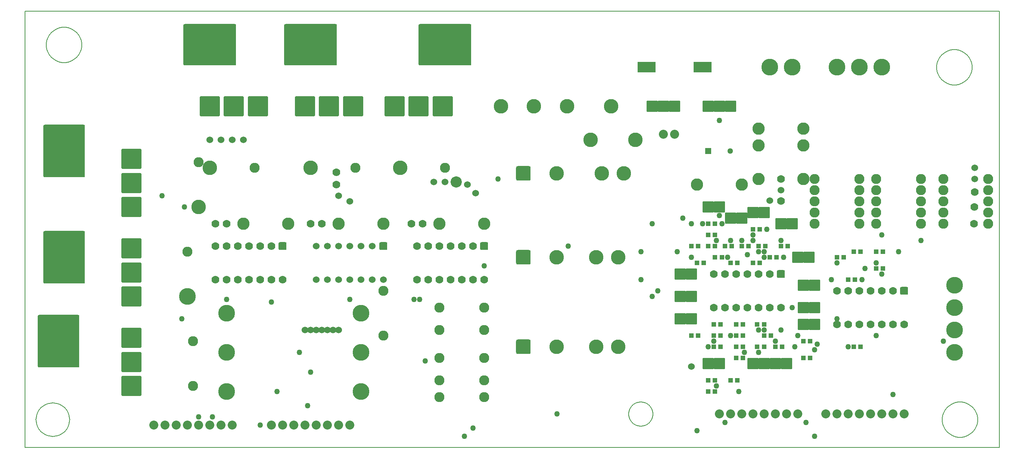
<source format=gbr>
G04 PROTEUS RS274X GERBER FILE*
%FSLAX45Y45*%
%MOMM*%
G01*
%ADD17C,1.270000*%
%ADD22C,1.524000*%
%ADD20C,2.540000*%
%ADD27C,1.778000*%
%AMPPAD028*
4,1,48,
-1.905000,2.286000,
1.905000,2.286000,
1.944600,2.284080,
1.982900,2.278420,
2.054940,2.256610,
2.119730,2.221960,
2.175870,2.175870,
2.221960,2.119730,
2.256610,2.054940,
2.269210,2.019740,
2.278420,1.982900,
2.284080,1.944600,
2.286000,1.905000,
2.286000,-1.905000,
2.284080,-1.944600,
2.278420,-1.982900,
2.269210,-2.019740,
2.256610,-2.054940,
2.221960,-2.119730,
2.175870,-2.175870,
2.119730,-2.221960,
2.054940,-2.256610,
1.982900,-2.278420,
1.944600,-2.284080,
1.905000,-2.286000,
-1.905000,-2.286000,
-1.944600,-2.284080,
-1.982900,-2.278420,
-2.054940,-2.256610,
-2.119730,-2.221960,
-2.175870,-2.175870,
-2.221960,-2.119730,
-2.256610,-2.054940,
-2.269210,-2.019740,
-2.278420,-1.982900,
-2.284080,-1.944600,
-2.286000,-1.905000,
-2.286000,1.905000,
-2.284080,1.944600,
-2.278420,1.982900,
-2.269210,2.019740,
-2.256610,2.054940,
-2.221960,2.119730,
-2.175870,2.175870,
-2.119730,2.221960,
-2.054940,2.256610,
-1.982900,2.278420,
-1.944600,2.284080,
-1.905000,2.286000,
0*%
%ADD34PPAD028*%
%AMPPAD029*
4,1,48,
-2.286000,-1.905000,
-2.286000,1.905000,
-2.284080,1.944600,
-2.278420,1.982900,
-2.256610,2.054940,
-2.221960,2.119730,
-2.175870,2.175870,
-2.119730,2.221960,
-2.054940,2.256610,
-2.019740,2.269210,
-1.982900,2.278420,
-1.944600,2.284080,
-1.905000,2.286000,
1.905000,2.286000,
1.944600,2.284080,
1.982900,2.278420,
2.019740,2.269210,
2.054940,2.256610,
2.119730,2.221960,
2.175870,2.175870,
2.221960,2.119730,
2.256610,2.054940,
2.278420,1.982900,
2.284080,1.944600,
2.286000,1.905000,
2.286000,-1.905000,
2.284080,-1.944600,
2.278420,-1.982900,
2.256610,-2.054940,
2.221960,-2.119730,
2.175870,-2.175870,
2.119730,-2.221960,
2.054940,-2.256610,
2.019740,-2.269210,
1.982900,-2.278420,
1.944600,-2.284080,
1.905000,-2.286000,
-1.905000,-2.286000,
-1.944600,-2.284080,
-1.982900,-2.278420,
-2.019740,-2.269210,
-2.054940,-2.256610,
-2.119730,-2.221960,
-2.175870,-2.175870,
-2.221960,-2.119730,
-2.256610,-2.054940,
-2.278420,-1.982900,
-2.284080,-1.944600,
-2.286000,-1.905000,
0*%
%ADD35PPAD029*%
%AMPPAD030*
4,1,48,
0.635000,-0.889000,
-0.635000,-0.889000,
-0.661400,-0.887720,
-0.686930,-0.883950,
-0.711490,-0.877800,
-0.757220,-0.858870,
-0.797650,-0.831840,
-0.831840,-0.797640,
-0.858860,-0.757220,
-0.877800,-0.711490,
-0.883950,-0.686930,
-0.887720,-0.661400,
-0.889000,-0.635000,
-0.889000,0.635000,
-0.887720,0.661400,
-0.883950,0.686930,
-0.877800,0.711490,
-0.858860,0.757220,
-0.831840,0.797640,
-0.797650,0.831840,
-0.757220,0.858870,
-0.711490,0.877800,
-0.686930,0.883950,
-0.661400,0.887720,
-0.635000,0.889000,
0.635000,0.889000,
0.661400,0.887720,
0.686930,0.883950,
0.711490,0.877800,
0.757220,0.858870,
0.797650,0.831840,
0.831840,0.797640,
0.858860,0.757220,
0.877800,0.711490,
0.883950,0.686930,
0.887720,0.661400,
0.889000,0.635000,
0.889000,-0.635000,
0.887720,-0.661400,
0.883950,-0.686930,
0.877800,-0.711490,
0.858860,-0.757220,
0.831840,-0.797640,
0.797650,-0.831840,
0.757220,-0.858870,
0.711490,-0.877800,
0.686930,-0.883950,
0.661400,-0.887720,
0.635000,-0.889000,
0*%
%ADD36PPAD030*%
%ADD37C,2.794000*%
%ADD38C,3.810000*%
%ADD39C,3.302000*%
%AMPPAD034*
4,1,48,
-1.016000,1.270000,
1.016000,1.270000,
1.042400,1.268720,
1.067930,1.264950,
1.092490,1.258800,
1.138220,1.239870,
1.178650,1.212840,
1.212840,1.178640,
1.239860,1.138220,
1.258800,1.092490,
1.264950,1.067930,
1.268720,1.042400,
1.270000,1.016000,
1.270000,-1.016000,
1.268720,-1.042400,
1.264950,-1.067930,
1.258800,-1.092490,
1.239860,-1.138220,
1.212840,-1.178640,
1.178650,-1.212840,
1.138220,-1.239870,
1.092490,-1.258800,
1.067930,-1.264950,
1.042400,-1.268720,
1.016000,-1.270000,
-1.016000,-1.270000,
-1.042400,-1.268720,
-1.067930,-1.264950,
-1.092490,-1.258800,
-1.138220,-1.239870,
-1.178650,-1.212840,
-1.212840,-1.178640,
-1.239860,-1.138220,
-1.258800,-1.092490,
-1.264950,-1.067930,
-1.268720,-1.042400,
-1.270000,-1.016000,
-1.270000,1.016000,
-1.268720,1.042400,
-1.264950,1.067930,
-1.258800,1.092490,
-1.239860,1.138220,
-1.212840,1.178640,
-1.178650,1.212840,
-1.138220,1.239870,
-1.092490,1.258800,
-1.067930,1.264950,
-1.042400,1.268720,
-1.016000,1.270000,
0*%
%ADD40PPAD034*%
%ADD16C,2.032000*%
%AMPPAD035*
4,1,4,
-0.640000,0.640000,
0.640000,0.640000,
0.640000,-0.640000,
-0.640000,-0.640000,
-0.640000,0.640000,
0*%
%ADD41PPAD035*%
%ADD25C,1.280000*%
%AMPPAD036*
4,1,48,
-1.270000,1.651000,
1.270000,1.651000,
1.309600,1.649080,
1.347900,1.643420,
1.419940,1.621610,
1.484730,1.586960,
1.540870,1.540870,
1.586960,1.484730,
1.621610,1.419940,
1.634210,1.384740,
1.643420,1.347900,
1.649080,1.309600,
1.651000,1.270000,
1.651000,-1.270000,
1.649080,-1.309600,
1.643420,-1.347900,
1.634210,-1.384740,
1.621610,-1.419940,
1.586960,-1.484730,
1.540870,-1.540870,
1.484730,-1.586960,
1.419940,-1.621610,
1.347900,-1.643420,
1.309600,-1.649080,
1.270000,-1.651000,
-1.270000,-1.651000,
-1.309600,-1.649080,
-1.347900,-1.643420,
-1.419940,-1.621610,
-1.484730,-1.586960,
-1.540870,-1.540870,
-1.586960,-1.484730,
-1.621610,-1.419940,
-1.634210,-1.384740,
-1.643420,-1.347900,
-1.649080,-1.309600,
-1.651000,-1.270000,
-1.651000,1.270000,
-1.649080,1.309600,
-1.643420,1.347900,
-1.634210,1.384740,
-1.621610,1.419940,
-1.586960,1.484730,
-1.540870,1.540870,
-1.484730,1.586960,
-1.419940,1.621610,
-1.347900,1.643420,
-1.309600,1.649080,
-1.270000,1.651000,
0*%
%ADD42PPAD036*%
%ADD70C,2.286000*%
%AMPPAD037*
4,1,4,
-0.469900,0.495300,
0.469900,0.495300,
0.469900,-0.495300,
-0.469900,-0.495300,
-0.469900,0.495300,
0*%
%ADD43PPAD037*%
%AMPPAD038*
4,1,48,
-5.715000,4.699000,
5.715000,4.699000,
5.741400,4.697720,
5.766930,4.693950,
5.791490,4.687800,
5.837220,4.668870,
5.877650,4.641840,
5.911840,4.607640,
5.938860,4.567220,
5.957800,4.521490,
5.963950,4.496930,
5.967720,4.471400,
5.969000,4.445000,
5.969000,-4.445000,
5.967720,-4.471400,
5.963950,-4.496930,
5.957800,-4.521490,
5.938860,-4.567220,
5.911840,-4.607640,
5.877650,-4.641840,
5.837220,-4.668870,
5.791490,-4.687800,
5.766930,-4.693950,
5.741400,-4.697720,
5.715000,-4.699000,
-5.715000,-4.699000,
-5.741400,-4.697720,
-5.766930,-4.693950,
-5.791490,-4.687800,
-5.837220,-4.668870,
-5.877650,-4.641840,
-5.911840,-4.607640,
-5.938860,-4.567220,
-5.957800,-4.521490,
-5.963950,-4.496930,
-5.967720,-4.471400,
-5.969000,-4.445000,
-5.969000,4.445000,
-5.967720,4.471400,
-5.963950,4.496930,
-5.957800,4.521490,
-5.938860,4.567220,
-5.911840,4.607640,
-5.877650,4.641840,
-5.837220,4.668870,
-5.791490,4.687800,
-5.766930,4.693950,
-5.741400,4.697720,
-5.715000,4.699000,
0*%
%ADD44PPAD038*%
%AMPPAD039*
4,1,48,
4.699000,5.715000,
4.699000,-5.715000,
4.697720,-5.741400,
4.693950,-5.766930,
4.687800,-5.791490,
4.668870,-5.837220,
4.641840,-5.877650,
4.607640,-5.911840,
4.567220,-5.938860,
4.521490,-5.957800,
4.496930,-5.963950,
4.471400,-5.967720,
4.445000,-5.969000,
-4.445000,-5.969000,
-4.471400,-5.967720,
-4.496930,-5.963950,
-4.521490,-5.957800,
-4.567220,-5.938860,
-4.607640,-5.911840,
-4.641840,-5.877650,
-4.668870,-5.837220,
-4.687800,-5.791490,
-4.693950,-5.766930,
-4.697720,-5.741400,
-4.699000,-5.715000,
-4.699000,5.715000,
-4.697720,5.741400,
-4.693950,5.766930,
-4.687800,5.791490,
-4.668870,5.837220,
-4.641840,5.877650,
-4.607640,5.911840,
-4.567220,5.938860,
-4.521490,5.957800,
-4.496930,5.963950,
-4.471400,5.967720,
-4.445000,5.969000,
4.445000,5.969000,
4.471400,5.967720,
4.496930,5.963950,
4.521490,5.957800,
4.567220,5.938860,
4.607640,5.911840,
4.641840,5.877650,
4.668870,5.837220,
4.687800,5.791490,
4.693950,5.766930,
4.697720,5.741400,
4.699000,5.715000,
0*%
%ADD45PPAD039*%
%AMPPAD040*
4,1,4,
-2.070100,-1.181100,
-2.070100,1.181100,
2.070100,1.181100,
2.070100,-1.181100,
-2.070100,-1.181100,
0*%
%ADD46PPAD040*%
%AMPPAD041*
4,1,4,
-0.330200,0.622300,
0.330200,0.622300,
0.330200,-0.622300,
-0.330200,-0.622300,
-0.330200,0.622300,
0*%
%ADD47PPAD041*%
%ADD31C,0.203200*%
%TD.AperFunction*%
D17*
X+4826000Y+7112000D03*
X+5016500Y+7620000D03*
X+4953000Y+6985000D03*
X+4381500Y+3937000D03*
X+4699000Y+7493000D03*
X+5334000Y+7366000D03*
X+4826000Y+4826000D03*
X+4826000Y+5334000D03*
X+5207000Y+5080000D03*
X+4508500Y+4826000D03*
X+4953000Y+5334000D03*
X+4953000Y+7112000D03*
X+4699000Y+7366000D03*
X+3111500Y+7874000D03*
X+3937000Y+7937500D03*
X+4000500Y+7747000D03*
X+4127500Y+6985000D03*
X+3556000Y+7747000D03*
X+3873500Y+7366000D03*
X+4191000Y+7366000D03*
X+3810000Y+5080000D03*
X+3873500Y+4064000D03*
X+3683000Y+4953000D03*
X+7620000Y+6604000D03*
X+7175500Y+6477000D03*
X+7493000Y+5207000D03*
X+6604000Y+5588000D03*
X+3302000Y+6985000D03*
X+4572000Y+7048500D03*
D22*
X+3302000Y+4508500D03*
D17*
X+4445000Y+7366000D03*
X+4191000Y+5207000D03*
X+3937000Y+10096500D03*
X+5651500Y+4953000D03*
X+5334000Y+5334000D03*
X+5397500Y+6985000D03*
X-6223000Y+5969000D03*
X-7239000Y+6032500D03*
X+6858000Y+4953000D03*
X+7493000Y+6858000D03*
X+7239000Y+6731000D03*
X+6477000Y+6477000D03*
X+6604000Y+6858000D03*
X-8699500Y+8382000D03*
X-1079500Y+8763000D03*
X-1651000Y+3111500D03*
X+6096000Y+2921000D03*
X+6096000Y+4889500D03*
X+4064000Y+3238500D03*
X+5905500Y+3238500D03*
X+7874000Y+3873500D03*
X+3429000Y+3048000D03*
X-1841500Y+2921000D03*
X+8001000Y+7112000D03*
X+8509000Y+7366000D03*
X+9017000Y+5080000D03*
X+6159500Y+5016500D03*
X+5715000Y+5207000D03*
X+5588000Y+5842000D03*
X-5588000Y+4826000D03*
X-8255000Y+5588000D03*
X-1397000Y+6794500D03*
X-7874000Y+3365500D03*
X-2730500Y+4635500D03*
X-5334000Y+4381500D03*
D22*
X-1778000Y+8636000D03*
X-1587500Y+8445500D03*
D17*
X-2984500Y+6032500D03*
X-4445000Y+6032500D03*
D22*
X-4826000Y+5334000D03*
X-5080000Y+5334000D03*
X-5461000Y+5334000D03*
X-4699000Y+5334000D03*
X-5334000Y+5334000D03*
X-5207000Y+5334000D03*
X-4953000Y+5334000D03*
D20*
X-2032000Y+8699500D03*
D22*
X-2286000Y+8699500D03*
X-2540000Y+8699500D03*
X+5080415Y+8272026D03*
X+5334191Y+8509000D03*
D27*
X-4746450Y+8636000D03*
D22*
X-7366000Y+9652000D03*
X-7620000Y+9652000D03*
X-6858000Y+9652000D03*
X-7112000Y+9652000D03*
X-4445000Y+8255000D03*
X-4699000Y+8382000D03*
D27*
X-4744743Y+8921821D03*
D17*
X-8191500Y+8128000D03*
D22*
X+9733796Y+9017000D03*
D17*
X+7620000Y+7493000D03*
D22*
X+9733796Y+8763000D03*
D27*
X+9724673Y+8128781D03*
X+9733796Y+8470957D03*
X+9719194Y+7747860D03*
X+5334264Y+8265835D03*
X+5334115Y+8763000D03*
D17*
X-6096000Y+3937000D03*
X-7556500Y+3365500D03*
X-6477000Y+3175000D03*
X-5397500Y+3619500D03*
X+254000Y+3429000D03*
X+508000Y+7239000D03*
X+2984500Y+7112000D03*
X+2159000Y+7112000D03*
X+2159000Y+6477000D03*
X-2857500Y+6032500D03*
X+2540000Y+6223000D03*
X+3302000Y+7747000D03*
X+2413000Y+7747000D03*
X+2413000Y+6096000D03*
D34*
X-7620000Y+10414000D03*
X-7073900Y+10414000D03*
X-6527800Y+10414000D03*
D35*
X-9398000Y+8128000D03*
X-9398000Y+8674100D03*
X-9398000Y+9220200D03*
D34*
X-5461000Y+10414000D03*
X-4914900Y+10414000D03*
X-4368800Y+10414000D03*
D35*
X-9398000Y+6096000D03*
X-9398000Y+6642100D03*
X-9398000Y+7188200D03*
D34*
X-3429000Y+10414000D03*
X-2882900Y+10414000D03*
X-2336800Y+10414000D03*
D35*
X-9398000Y+4064000D03*
X-9398000Y+4610100D03*
X-9398000Y+5156200D03*
D36*
X-5969000Y+7239000D03*
D27*
X-6223000Y+7239000D03*
X-6477000Y+7239000D03*
X-6731000Y+7239000D03*
X-6985000Y+7239000D03*
X-7239000Y+7239000D03*
X-7493000Y+7239000D03*
X-7493000Y+6477000D03*
X-7239000Y+6477000D03*
X-6985000Y+6477000D03*
X-6731000Y+6477000D03*
X-6477000Y+6477000D03*
X-6223000Y+6477000D03*
X-5969000Y+6477000D03*
D36*
X-3683000Y+7239000D03*
D22*
X-3937000Y+7239000D03*
X-4191000Y+7239000D03*
X-4445000Y+7239000D03*
X-4699000Y+7239000D03*
X-4953000Y+7239000D03*
X-5207000Y+7239000D03*
X-5207000Y+6477000D03*
X-4953000Y+6477000D03*
X-4699000Y+6477000D03*
X-4445000Y+6477000D03*
X-4191000Y+6477000D03*
X-3937000Y+6477000D03*
X-3683000Y+6477000D03*
D36*
X-1397000Y+7239000D03*
D27*
X-1651000Y+7239000D03*
X-1905000Y+7239000D03*
X-2159000Y+7239000D03*
X-2413000Y+7239000D03*
X-2667000Y+7239000D03*
X-2921000Y+7239000D03*
X-2921000Y+6477000D03*
X-2667000Y+6477000D03*
X-2413000Y+6477000D03*
X-2159000Y+6477000D03*
X-1905000Y+6477000D03*
X-1651000Y+6477000D03*
X-1397000Y+6477000D03*
D37*
X-5842000Y+7747000D03*
X-6858000Y+7747000D03*
X-3683000Y+7747000D03*
X-4699000Y+7747000D03*
X-1397000Y+7747000D03*
X-2413000Y+7747000D03*
D27*
X-7493000Y+7747000D03*
X-7239000Y+7747000D03*
X-5334000Y+7747000D03*
X-5080000Y+7747000D03*
X-3048000Y+7747000D03*
X-2794000Y+7747000D03*
D38*
X+9271000Y+4826000D03*
X+9271000Y+5334000D03*
X+9271000Y+5842000D03*
X+9271000Y+6350000D03*
X+7620000Y+11303000D03*
X+7112000Y+11303000D03*
X+6604000Y+11303000D03*
X+5588000Y+11303000D03*
X+5080000Y+11303000D03*
D39*
X+1484000Y+10414000D03*
X-1016000Y+10414000D03*
X+484000Y+10414000D03*
X-266000Y+10414000D03*
D40*
X+3683000Y+10414000D03*
X+3937000Y+10414000D03*
X+4191000Y+10414000D03*
X+2413000Y+10414000D03*
X+2667000Y+10414000D03*
X+2921000Y+10414000D03*
D16*
X+2921000Y+9779000D03*
X+2667000Y+9779000D03*
D41*
X+3687000Y+9398000D03*
D25*
X+4187000Y+9398000D03*
D37*
X+5842000Y+9906000D03*
X+4826000Y+9906000D03*
X+4445000Y+8636000D03*
X+3429000Y+8636000D03*
X+4826000Y+9525000D03*
X+5842000Y+9525000D03*
X+5842000Y+8763000D03*
X+4826000Y+8763000D03*
D16*
X-8890000Y+3175000D03*
X-8636000Y+3175000D03*
X-8382000Y+3175000D03*
X-8128000Y+3175000D03*
X-7874000Y+3175000D03*
X-7620000Y+3175000D03*
X-7366000Y+3175000D03*
X-7112000Y+3175000D03*
D42*
X-502000Y+6985000D03*
D39*
X+248000Y+6985000D03*
D42*
X-502000Y+4953000D03*
D39*
X+248000Y+4953000D03*
D42*
X-502000Y+8890000D03*
D39*
X+248000Y+8890000D03*
X+1274000Y+8890000D03*
X+1774000Y+8890000D03*
X+1147000Y+6985000D03*
X+1647000Y+6985000D03*
X+1147000Y+4953000D03*
X+1647000Y+4953000D03*
D38*
X-7239000Y+5715000D03*
X-4191000Y+5715000D03*
X-7239000Y+4826000D03*
X-4191000Y+4826000D03*
X-7239000Y+3937000D03*
X-4191000Y+3937000D03*
D70*
X-2413000Y+5842000D03*
X-1397000Y+5842000D03*
X-1397000Y+5334000D03*
X-2413000Y+5334000D03*
X-2413000Y+4699000D03*
X-1397000Y+4699000D03*
X-1397000Y+4191000D03*
X-2413000Y+4191000D03*
X-2413000Y+3810000D03*
X-1397000Y+3810000D03*
X-6604000Y+9017000D03*
D39*
X-7620000Y+9017000D03*
D70*
X-4318000Y+9017000D03*
D39*
X-5334000Y+9017000D03*
D70*
X-2286000Y+9017000D03*
D39*
X-3302000Y+9017000D03*
D70*
X-8001000Y+5080000D03*
X-8001000Y+4064000D03*
X-8128000Y+7112000D03*
D38*
X-8128000Y+6096000D03*
D70*
X-7874000Y+9144000D03*
D39*
X-7874000Y+8128000D03*
D16*
X-6223000Y+3175000D03*
X-5969000Y+3175000D03*
X-5715000Y+3175000D03*
X-5461000Y+3175000D03*
X-5207000Y+3175000D03*
X-4953000Y+3175000D03*
X-4699000Y+3175000D03*
X-4445000Y+3175000D03*
D36*
X+5334000Y+6604000D03*
D27*
X+5080000Y+6604000D03*
X+4826000Y+6604000D03*
X+4572000Y+6604000D03*
X+4318000Y+6604000D03*
X+4064000Y+6604000D03*
X+3810000Y+6604000D03*
X+3810000Y+5842000D03*
X+4064000Y+5842000D03*
X+4318000Y+5842000D03*
X+4572000Y+5842000D03*
X+4826000Y+5842000D03*
X+5080000Y+5842000D03*
X+5334000Y+5842000D03*
D36*
X+8128000Y+6223000D03*
D27*
X+7874000Y+6223000D03*
X+7620000Y+6223000D03*
X+7366000Y+6223000D03*
X+7112000Y+6223000D03*
X+6858000Y+6223000D03*
X+6604000Y+6223000D03*
X+6604000Y+5461000D03*
X+6858000Y+5461000D03*
X+7112000Y+5461000D03*
X+7366000Y+5461000D03*
X+7620000Y+5461000D03*
X+7874000Y+5461000D03*
X+8128000Y+5461000D03*
D43*
X+5080000Y+6985000D03*
X+5240000Y+6985000D03*
X+4826000Y+7239000D03*
X+4986000Y+7239000D03*
X+4445000Y+7239000D03*
X+4605000Y+7239000D03*
X+4699000Y+7620000D03*
X+4859000Y+7620000D03*
X+5334000Y+7239000D03*
X+5494000Y+7239000D03*
X+4699000Y+6858000D03*
X+4859000Y+6858000D03*
X+4003000Y+6985000D03*
X+3843000Y+6985000D03*
X+4191000Y+6858000D03*
X+4351000Y+6858000D03*
X+4064000Y+7239000D03*
X+4224000Y+7239000D03*
X+3683000Y+7747000D03*
X+3843000Y+7747000D03*
X+3429000Y+6858000D03*
X+3589000Y+6858000D03*
X+3302000Y+7239000D03*
X+3462000Y+7239000D03*
X+3683000Y+7239000D03*
X+3843000Y+7239000D03*
X+3970000Y+5461000D03*
X+3810000Y+5461000D03*
X+4318000Y+5461000D03*
X+4478000Y+5461000D03*
X+4318000Y+5207000D03*
X+4478000Y+5207000D03*
X+3810000Y+4953000D03*
X+3970000Y+4953000D03*
X+3810000Y+5207000D03*
X+3970000Y+5207000D03*
X+3683000Y+7493000D03*
X+3843000Y+7493000D03*
X+4953000Y+5461000D03*
X+4793000Y+5461000D03*
D40*
X+4699000Y+8001000D03*
X+4953000Y+8001000D03*
X+5334000Y+7747000D03*
X+5588000Y+7747000D03*
X+3683000Y+8128000D03*
X+3937000Y+8128000D03*
X+3048000Y+6604000D03*
X+3302000Y+6604000D03*
X+4191000Y+7874000D03*
X+4445000Y+7874000D03*
X+3683000Y+4572000D03*
X+3937000Y+4572000D03*
D43*
X+4478000Y+4953000D03*
X+4318000Y+4953000D03*
X+4953000Y+5207000D03*
X+5113000Y+5207000D03*
X+4318000Y+4699000D03*
X+4478000Y+4699000D03*
X+4793000Y+4953000D03*
X+4953000Y+4953000D03*
X+5207000Y+4953000D03*
X+5367000Y+4953000D03*
X+3302000Y+5207000D03*
X+3462000Y+5207000D03*
D40*
X+4699000Y+4572000D03*
X+4953000Y+4572000D03*
X+5207000Y+4572000D03*
X+5461000Y+4572000D03*
X+5715000Y+6985000D03*
X+5969000Y+6985000D03*
X+5842000Y+6350000D03*
X+6096000Y+6350000D03*
X+3048000Y+6096000D03*
X+3302000Y+6096000D03*
X+3048000Y+5588000D03*
X+3302000Y+5588000D03*
X+5842000Y+5842000D03*
X+6096000Y+5842000D03*
X+5842000Y+5461000D03*
X+6096000Y+5461000D03*
D43*
X+5842000Y+5080000D03*
X+6002000Y+5080000D03*
X+4191000Y+4191000D03*
X+4351000Y+4191000D03*
X+3683000Y+4191000D03*
X+3843000Y+4191000D03*
X+3683000Y+3937000D03*
X+3843000Y+3937000D03*
X+5842000Y+4699000D03*
X+6002000Y+4699000D03*
D70*
X+9017000Y+8763000D03*
X+10033000Y+8763000D03*
X+10033000Y+8509000D03*
X+9017000Y+8509000D03*
X+9017000Y+8255000D03*
X+10033000Y+8255000D03*
X+10033000Y+8001000D03*
X+9017000Y+8001000D03*
X+9017000Y+7747000D03*
X+10033000Y+7747000D03*
D16*
X+6350000Y+3429000D03*
X+6604000Y+3429000D03*
X+6858000Y+3429000D03*
X+7112000Y+3429000D03*
X+7366000Y+3429000D03*
X+7620000Y+3429000D03*
X+7874000Y+3429000D03*
X+8128000Y+3429000D03*
X+3937000Y+3429000D03*
X+4191000Y+3429000D03*
X+4445000Y+3429000D03*
X+4699000Y+3429000D03*
X+4953000Y+3429000D03*
X+5207000Y+3429000D03*
X+5461000Y+3429000D03*
X+5715000Y+3429000D03*
D39*
X+2032000Y+9652000D03*
X+1016000Y+9652000D03*
D70*
X+8509000Y+8763000D03*
X+7493000Y+8763000D03*
X+7493000Y+8509000D03*
X+8509000Y+8509000D03*
X+8509000Y+8255000D03*
X+7493000Y+8255000D03*
X+7493000Y+8001000D03*
X+8509000Y+8001000D03*
X+8509000Y+7747000D03*
X+7493000Y+7747000D03*
X+7112000Y+8763000D03*
X+6096000Y+8763000D03*
X+6096000Y+8509000D03*
X+7112000Y+8509000D03*
X+7112000Y+8255000D03*
X+6096000Y+8255000D03*
X+6096000Y+8001000D03*
X+7112000Y+8001000D03*
X+7112000Y+7747000D03*
X+6096000Y+7747000D03*
D43*
X+7493000Y+6731000D03*
X+7653000Y+6731000D03*
X+7493000Y+7112000D03*
X+7653000Y+7112000D03*
X+6764000Y+6985000D03*
X+6604000Y+6985000D03*
X+6985000Y+7112000D03*
X+7145000Y+7112000D03*
X+6985000Y+4953000D03*
X+7145000Y+4953000D03*
X+6858000Y+6477000D03*
X+7018000Y+6477000D03*
D70*
X-3683000Y+6223000D03*
X-3683000Y+5207000D03*
D44*
X-7620000Y+11811000D03*
X-5334000Y+11811000D03*
X-2286000Y+11811000D03*
D45*
X-10922000Y+9398000D03*
X-10922000Y+6985000D03*
X-11049000Y+5080000D03*
D46*
X+2286000Y+11303000D03*
X+3556000Y+11303000D03*
D47*
X-7620000Y+11811000D03*
D31*
X-11811000Y+2667000D02*
X+10287000Y+2667000D01*
X+10287000Y+12573000D01*
X-11811000Y+12573000D01*
X-11811000Y+2667000D01*
X-10794444Y+3302000D02*
X-10795647Y+3332279D01*
X-10805415Y+3392839D01*
X-10825767Y+3453399D01*
X-10858733Y+3513959D01*
X-10908917Y+3574492D01*
X-10969477Y+3622832D01*
X-11030037Y+3654533D01*
X-11090597Y+3673875D01*
X-11151157Y+3682746D01*
X-11176000Y+3683556D01*
X-11557556Y+3302000D02*
X-11556353Y+3332279D01*
X-11546585Y+3392839D01*
X-11526233Y+3453399D01*
X-11493267Y+3513959D01*
X-11443083Y+3574492D01*
X-11382523Y+3622832D01*
X-11321963Y+3654533D01*
X-11261403Y+3673875D01*
X-11200843Y+3682746D01*
X-11176000Y+3683556D01*
X-11557556Y+3302000D02*
X-11556353Y+3271721D01*
X-11546585Y+3211161D01*
X-11526233Y+3150601D01*
X-11493267Y+3090041D01*
X-11443083Y+3029508D01*
X-11382523Y+2981168D01*
X-11321963Y+2949467D01*
X-11261403Y+2930125D01*
X-11200843Y+2921254D01*
X-11176000Y+2920444D01*
X-10794444Y+3302000D02*
X-10795647Y+3271721D01*
X-10805415Y+3211161D01*
X-10825767Y+3150601D01*
X-10858733Y+3090041D01*
X-10908917Y+3029508D01*
X-10969477Y+2981168D01*
X-11030037Y+2949467D01*
X-11090597Y+2930125D01*
X-11151157Y+2921254D01*
X-11176000Y+2920444D01*
X+9799609Y+3302000D02*
X+9798349Y+3333791D01*
X+9788120Y+3397374D01*
X+9766812Y+3460957D01*
X+9732314Y+3524540D01*
X+9679838Y+3588107D01*
X+9616255Y+3639127D01*
X+9552672Y+3672630D01*
X+9489089Y+3693143D01*
X+9425506Y+3702666D01*
X+9398000Y+3703609D01*
X+8996391Y+3302000D02*
X+8997651Y+3333791D01*
X+9007880Y+3397374D01*
X+9029188Y+3460957D01*
X+9063686Y+3524540D01*
X+9116162Y+3588107D01*
X+9179745Y+3639127D01*
X+9243328Y+3672630D01*
X+9306911Y+3693143D01*
X+9370494Y+3702666D01*
X+9398000Y+3703609D01*
X+8996391Y+3302000D02*
X+8997651Y+3270209D01*
X+9007880Y+3206626D01*
X+9029188Y+3143043D01*
X+9063686Y+3079460D01*
X+9116162Y+3015893D01*
X+9179745Y+2964873D01*
X+9243328Y+2931370D01*
X+9306911Y+2910857D01*
X+9370494Y+2901334D01*
X+9398000Y+2900391D01*
X+9799609Y+3302000D02*
X+9798349Y+3270209D01*
X+9788120Y+3206626D01*
X+9766812Y+3143043D01*
X+9732314Y+3079460D01*
X+9679838Y+3015893D01*
X+9616255Y+2964873D01*
X+9552672Y+2931370D01*
X+9489089Y+2910857D01*
X+9425506Y+2901334D01*
X+9398000Y+2900391D01*
X+9672609Y+11303000D02*
X+9671349Y+11334791D01*
X+9661120Y+11398374D01*
X+9639812Y+11461957D01*
X+9605314Y+11525540D01*
X+9552838Y+11589107D01*
X+9489255Y+11640127D01*
X+9425672Y+11673630D01*
X+9362089Y+11694143D01*
X+9298506Y+11703666D01*
X+9271000Y+11704609D01*
X+8869391Y+11303000D02*
X+8870651Y+11334791D01*
X+8880880Y+11398374D01*
X+8902188Y+11461957D01*
X+8936686Y+11525540D01*
X+8989162Y+11589107D01*
X+9052745Y+11640127D01*
X+9116328Y+11673630D01*
X+9179911Y+11694143D01*
X+9243494Y+11703666D01*
X+9271000Y+11704609D01*
X+8869391Y+11303000D02*
X+8870651Y+11271209D01*
X+8880880Y+11207626D01*
X+8902188Y+11144043D01*
X+8936686Y+11080460D01*
X+8989162Y+11016893D01*
X+9052745Y+10965873D01*
X+9116328Y+10932370D01*
X+9179911Y+10911857D01*
X+9243494Y+10902334D01*
X+9271000Y+10901391D01*
X+9672609Y+11303000D02*
X+9671349Y+11271209D01*
X+9661120Y+11207626D01*
X+9639812Y+11144043D01*
X+9605314Y+11080460D01*
X+9552838Y+11016893D01*
X+9489255Y+10965873D01*
X+9425672Y+10932370D01*
X+9362089Y+10911857D01*
X+9298506Y+10902334D01*
X+9271000Y+10901391D01*
X+2433609Y+3429000D02*
X+2432719Y+3451087D01*
X+2425494Y+3495263D01*
X+2410423Y+3539439D01*
X+2385946Y+3583615D01*
X+2348565Y+3627684D01*
X+2304389Y+3661964D01*
X+2260213Y+3684276D01*
X+2216037Y+3697620D01*
X+2171861Y+3703308D01*
X+2159000Y+3703609D01*
X+1884391Y+3429000D02*
X+1885281Y+3451087D01*
X+1892506Y+3495263D01*
X+1907577Y+3539439D01*
X+1932054Y+3583615D01*
X+1969435Y+3627684D01*
X+2013611Y+3661964D01*
X+2057787Y+3684276D01*
X+2101963Y+3697620D01*
X+2146139Y+3703308D01*
X+2159000Y+3703609D01*
X+1884391Y+3429000D02*
X+1885281Y+3406913D01*
X+1892506Y+3362737D01*
X+1907577Y+3318561D01*
X+1932054Y+3274385D01*
X+1969435Y+3230316D01*
X+2013611Y+3196036D01*
X+2057787Y+3173724D01*
X+2101963Y+3160380D01*
X+2146139Y+3154692D01*
X+2159000Y+3154391D01*
X+2433609Y+3429000D02*
X+2432719Y+3406913D01*
X+2425494Y+3362737D01*
X+2410423Y+3318561D01*
X+2385946Y+3274385D01*
X+2348565Y+3230316D01*
X+2304389Y+3196036D01*
X+2260213Y+3173724D01*
X+2216037Y+3160380D01*
X+2171861Y+3154692D01*
X+2159000Y+3154391D01*
X-10520391Y+11811000D02*
X-10521651Y+11842791D01*
X-10531880Y+11906374D01*
X-10553188Y+11969957D01*
X-10587686Y+12033540D01*
X-10640162Y+12097107D01*
X-10703745Y+12148127D01*
X-10767328Y+12181630D01*
X-10830911Y+12202143D01*
X-10894494Y+12211666D01*
X-10922000Y+12212609D01*
X-11323609Y+11811000D02*
X-11322349Y+11842791D01*
X-11312120Y+11906374D01*
X-11290812Y+11969957D01*
X-11256314Y+12033540D01*
X-11203838Y+12097107D01*
X-11140255Y+12148127D01*
X-11076672Y+12181630D01*
X-11013089Y+12202143D01*
X-10949506Y+12211666D01*
X-10922000Y+12212609D01*
X-11323609Y+11811000D02*
X-11322349Y+11779209D01*
X-11312120Y+11715626D01*
X-11290812Y+11652043D01*
X-11256314Y+11588460D01*
X-11203838Y+11524893D01*
X-11140255Y+11473873D01*
X-11076672Y+11440370D01*
X-11013089Y+11419857D01*
X-10949506Y+11410334D01*
X-10922000Y+11409391D01*
X-10520391Y+11811000D02*
X-10521651Y+11779209D01*
X-10531880Y+11715626D01*
X-10553188Y+11652043D01*
X-10587686Y+11588460D01*
X-10640162Y+11524893D01*
X-10703745Y+11473873D01*
X-10767328Y+11440370D01*
X-10830911Y+11419857D01*
X-10894494Y+11410334D01*
X-10922000Y+11409391D01*
M02*

</source>
